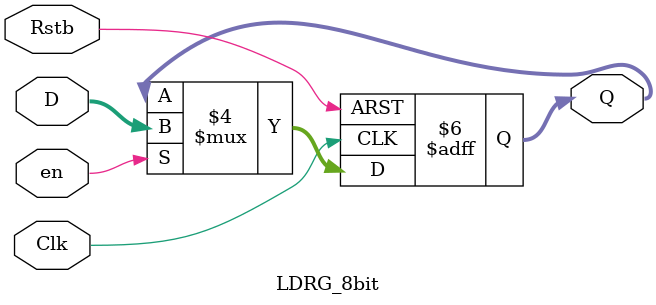
<source format=v>
`timescale 1ns / 1ps


module LDRG_8bit(Clk, Rstb, D, en, Q);
     input Clk, Rstb; 
     input en; 
     input      [7:0] D; 
     output reg [7:0] Q; 

   always @(posedge Clk, negedge Rstb)
      if(Rstb == 1'b0)  Q <= 8'b0; else
      if(en)            Q <= D;    else
                        Q <= Q; 
      

endmodule

</source>
